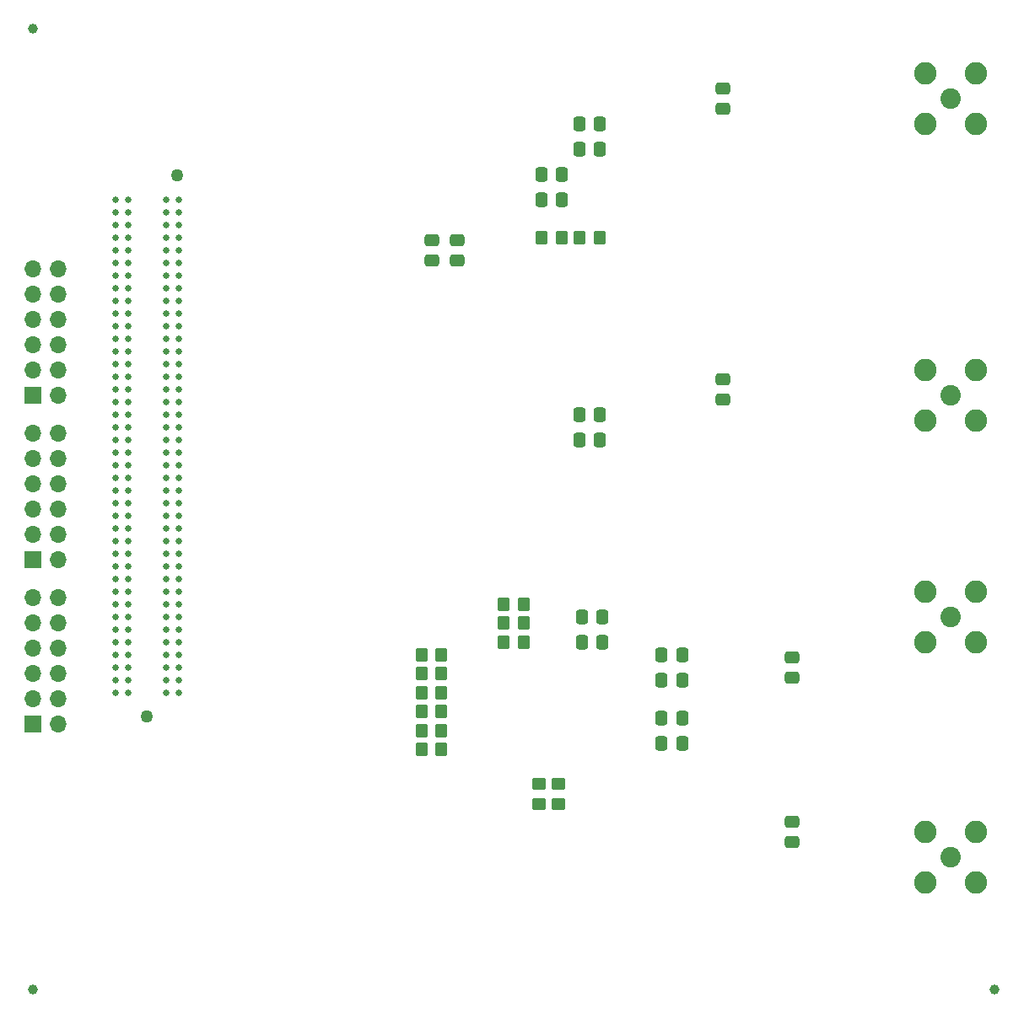
<source format=gbr>
%TF.GenerationSoftware,KiCad,Pcbnew,8.0.0*%
%TF.CreationDate,2024-08-30T23:38:12+03:00*%
%TF.ProjectId,ML605_LPC_Board_wADC_DAC,4d4c3630-355f-44c5-9043-5f426f617264,rev?*%
%TF.SameCoordinates,Original*%
%TF.FileFunction,Soldermask,Bot*%
%TF.FilePolarity,Negative*%
%FSLAX46Y46*%
G04 Gerber Fmt 4.6, Leading zero omitted, Abs format (unit mm)*
G04 Created by KiCad (PCBNEW 8.0.0) date 2024-08-30 23:38:12*
%MOMM*%
%LPD*%
G01*
G04 APERTURE LIST*
G04 Aperture macros list*
%AMRoundRect*
0 Rectangle with rounded corners*
0 $1 Rounding radius*
0 $2 $3 $4 $5 $6 $7 $8 $9 X,Y pos of 4 corners*
0 Add a 4 corners polygon primitive as box body*
4,1,4,$2,$3,$4,$5,$6,$7,$8,$9,$2,$3,0*
0 Add four circle primitives for the rounded corners*
1,1,$1+$1,$2,$3*
1,1,$1+$1,$4,$5*
1,1,$1+$1,$6,$7*
1,1,$1+$1,$8,$9*
0 Add four rect primitives between the rounded corners*
20,1,$1+$1,$2,$3,$4,$5,0*
20,1,$1+$1,$4,$5,$6,$7,0*
20,1,$1+$1,$6,$7,$8,$9,0*
20,1,$1+$1,$8,$9,$2,$3,0*%
G04 Aperture macros list end*
%ADD10C,2.050000*%
%ADD11C,2.250000*%
%ADD12R,1.700000X1.700000*%
%ADD13O,1.700000X1.700000*%
%ADD14RoundRect,0.250000X-0.475000X0.337500X-0.475000X-0.337500X0.475000X-0.337500X0.475000X0.337500X0*%
%ADD15RoundRect,0.250000X-0.337500X-0.475000X0.337500X-0.475000X0.337500X0.475000X-0.337500X0.475000X0*%
%ADD16C,1.270000*%
%ADD17C,0.640000*%
%ADD18RoundRect,0.250000X0.350000X0.450000X-0.350000X0.450000X-0.350000X-0.450000X0.350000X-0.450000X0*%
%ADD19RoundRect,0.250000X-0.350000X-0.450000X0.350000X-0.450000X0.350000X0.450000X-0.350000X0.450000X0*%
%ADD20RoundRect,0.250000X0.337500X0.475000X-0.337500X0.475000X-0.337500X-0.475000X0.337500X-0.475000X0*%
%ADD21RoundRect,0.250000X-0.450000X0.350000X-0.450000X-0.350000X0.450000X-0.350000X0.450000X0.350000X0*%
%ADD22C,1.000000*%
%ADD23RoundRect,0.250000X0.475000X-0.337500X0.475000X0.337500X-0.475000X0.337500X-0.475000X-0.337500X0*%
G04 APERTURE END LIST*
D10*
%TO.C,J8*%
X168980000Y-58560000D03*
D11*
X166440000Y-56020000D03*
X166440000Y-61100000D03*
X171520000Y-56020000D03*
X171520000Y-61100000D03*
%TD*%
D10*
%TO.C,J9*%
X168980000Y-88405000D03*
D11*
X166440000Y-85865000D03*
X166440000Y-90945000D03*
X171520000Y-85865000D03*
X171520000Y-90945000D03*
%TD*%
D12*
%TO.C,J10*%
X76905000Y-121425000D03*
D13*
X79445000Y-121425000D03*
X76905000Y-118885000D03*
X79445000Y-118885000D03*
X76905000Y-116345000D03*
X79445000Y-116345000D03*
X76905000Y-113805000D03*
X79445000Y-113805000D03*
X76905000Y-111265000D03*
X79445000Y-111265000D03*
X76905000Y-108725000D03*
X79445000Y-108725000D03*
%TD*%
D10*
%TO.C,J5*%
X168980000Y-110630000D03*
D11*
X166440000Y-108090000D03*
X166440000Y-113170000D03*
X171520000Y-108090000D03*
X171520000Y-113170000D03*
%TD*%
D10*
%TO.C,J4*%
X168980000Y-134760000D03*
D11*
X166440000Y-132220000D03*
X166440000Y-137300000D03*
X171520000Y-132220000D03*
X171520000Y-137300000D03*
%TD*%
D12*
%TO.C,J12*%
X76905000Y-88405000D03*
D13*
X79445000Y-88405000D03*
X76905000Y-85865000D03*
X79445000Y-85865000D03*
X76905000Y-83325000D03*
X79445000Y-83325000D03*
X76905000Y-80785000D03*
X79445000Y-80785000D03*
X76905000Y-78245000D03*
X79445000Y-78245000D03*
X76905000Y-75705000D03*
X79445000Y-75705000D03*
%TD*%
D12*
%TO.C,J11*%
X76885000Y-104890000D03*
D13*
X79425000Y-104890000D03*
X76885000Y-102350000D03*
X79425000Y-102350000D03*
X76885000Y-99810000D03*
X79425000Y-99810000D03*
X76885000Y-97270000D03*
X79425000Y-97270000D03*
X76885000Y-94730000D03*
X79425000Y-94730000D03*
X76885000Y-92190000D03*
X79425000Y-92190000D03*
%TD*%
D14*
%TO.C,C32*%
X146120000Y-86732500D03*
X146120000Y-88807500D03*
%TD*%
D15*
%TO.C,C20*%
X131747500Y-90310000D03*
X133822500Y-90310000D03*
%TD*%
D16*
%TO.C,J1*%
X91385000Y-66294000D03*
X88335000Y-120674000D03*
D17*
X85160000Y-118250000D03*
X85160000Y-116980000D03*
X85160000Y-115710000D03*
X85160000Y-114440000D03*
X85160000Y-113170000D03*
X85160000Y-111900000D03*
X85160000Y-110630000D03*
X85160000Y-109360000D03*
X85160000Y-108090000D03*
X85160000Y-106820000D03*
X85160000Y-105550000D03*
X85160000Y-104280000D03*
X85160000Y-103010000D03*
X85160000Y-101740000D03*
X85160000Y-100470000D03*
X85160000Y-99200000D03*
X85160000Y-97930000D03*
X85160000Y-96660000D03*
X85160000Y-95390000D03*
X85160000Y-94120000D03*
X85160000Y-92850000D03*
X85160000Y-91580000D03*
X85160000Y-90310000D03*
X85160000Y-89040000D03*
X85160000Y-87770000D03*
X85160000Y-86500000D03*
X85160000Y-85230000D03*
X85160000Y-83960000D03*
X85160000Y-82690000D03*
X85160000Y-81420000D03*
X85160000Y-80150000D03*
X85160000Y-78880000D03*
X85160000Y-77610000D03*
X85160000Y-76340000D03*
X85160000Y-75070000D03*
X85160000Y-73800000D03*
X85160000Y-72530000D03*
X85160000Y-71260000D03*
X85160000Y-69990000D03*
X85160000Y-68720000D03*
X86430000Y-118250000D03*
X86430000Y-116980000D03*
X86430000Y-115710000D03*
X86430000Y-114440000D03*
X86430000Y-113170000D03*
X86430000Y-111900000D03*
X86430000Y-110630000D03*
X86430000Y-109360000D03*
X86430000Y-108090000D03*
X86430000Y-106820000D03*
X86430000Y-105550000D03*
X86430000Y-104280000D03*
X86430000Y-103010000D03*
X86430000Y-101740000D03*
X86430000Y-100470000D03*
X86430000Y-99200000D03*
X86430000Y-97930000D03*
X86430000Y-96660000D03*
X86430000Y-95390000D03*
X86430000Y-94120000D03*
X86430000Y-92850000D03*
X86430000Y-91580000D03*
X86430000Y-90310000D03*
X86430000Y-89040000D03*
X86430000Y-87770000D03*
X86430000Y-86500000D03*
X86430000Y-85230000D03*
X86430000Y-83960000D03*
X86430000Y-82690000D03*
X86430000Y-81420000D03*
X86430000Y-80150000D03*
X86430000Y-78880000D03*
X86430000Y-77610000D03*
X86430000Y-76340000D03*
X86430000Y-75070000D03*
X86430000Y-73800000D03*
X86430000Y-72530000D03*
X86430000Y-71260000D03*
X86430000Y-69990000D03*
X86430000Y-68720000D03*
X90240000Y-118250000D03*
X90240000Y-116980000D03*
X90240000Y-115710000D03*
X90240000Y-114440000D03*
X90240000Y-113170000D03*
X90240000Y-111900000D03*
X90240000Y-110630000D03*
X90240000Y-109360000D03*
X90240000Y-108090000D03*
X90240000Y-106820000D03*
X90240000Y-105550000D03*
X90240000Y-104280000D03*
X90240000Y-103010000D03*
X90240000Y-101740000D03*
X90240000Y-100470000D03*
X90240000Y-99200000D03*
X90240000Y-97930000D03*
X90240000Y-96660000D03*
X90240000Y-95390000D03*
X90240000Y-94120000D03*
X90240000Y-92850000D03*
X90240000Y-91580000D03*
X90240000Y-90310000D03*
X90240000Y-89040000D03*
X90240000Y-87770000D03*
X90240000Y-86500000D03*
X90240000Y-85230000D03*
X90240000Y-83960000D03*
X90240000Y-82690000D03*
X90240000Y-81420000D03*
X90240000Y-80150000D03*
X90240000Y-78880000D03*
X90240000Y-77610000D03*
X90240000Y-76340000D03*
X90240000Y-75070000D03*
X90240000Y-73800000D03*
X90240000Y-72530000D03*
X90240000Y-71260000D03*
X90240000Y-69990000D03*
X90240000Y-68720000D03*
X91510000Y-118250000D03*
X91510000Y-116980000D03*
X91510000Y-115710000D03*
X91510000Y-114440000D03*
X91510000Y-113170000D03*
X91510000Y-111900000D03*
X91510000Y-110630000D03*
X91510000Y-109360000D03*
X91510000Y-108090000D03*
X91510000Y-106820000D03*
X91510000Y-105550000D03*
X91510000Y-104280000D03*
X91510000Y-103010000D03*
X91510000Y-101740000D03*
X91510000Y-100470000D03*
X91510000Y-99200000D03*
X91510000Y-97930000D03*
X91510000Y-96660000D03*
X91510000Y-95390000D03*
X91510000Y-94120000D03*
X91510000Y-92850000D03*
X91510000Y-91580000D03*
X91510000Y-90310000D03*
X91510000Y-89040000D03*
X91510000Y-87770000D03*
X91510000Y-86500000D03*
X91510000Y-85230000D03*
X91510000Y-83960000D03*
X91510000Y-82690000D03*
X91510000Y-81420000D03*
X91510000Y-80150000D03*
X91510000Y-78880000D03*
X91510000Y-77610000D03*
X91510000Y-76340000D03*
X91510000Y-75070000D03*
X91510000Y-73800000D03*
X91510000Y-72530000D03*
X91510000Y-71260000D03*
X91510000Y-69990000D03*
X91510000Y-68720000D03*
%TD*%
D18*
%TO.C,R6*%
X117910000Y-116345000D03*
X115910000Y-116345000D03*
%TD*%
D19*
%TO.C,R17*%
X124165000Y-113170000D03*
X126165000Y-113170000D03*
%TD*%
D18*
%TO.C,R10*%
X117910000Y-120155000D03*
X115910000Y-120155000D03*
%TD*%
D14*
%TO.C,C17*%
X153105000Y-131182500D03*
X153105000Y-133257500D03*
%TD*%
%TO.C,C36*%
X119450000Y-72762500D03*
X119450000Y-74837500D03*
%TD*%
D18*
%TO.C,R8*%
X117910000Y-118250000D03*
X115910000Y-118250000D03*
%TD*%
D20*
%TO.C,C7*%
X134055000Y-110630000D03*
X131980000Y-110630000D03*
%TD*%
D15*
%TO.C,C34*%
X127937500Y-66180000D03*
X130012500Y-66180000D03*
%TD*%
D21*
%TO.C,R18*%
X127705000Y-127410000D03*
X127705000Y-129410000D03*
%TD*%
D18*
%TO.C,R12*%
X117910000Y-122060000D03*
X115910000Y-122060000D03*
%TD*%
D19*
%TO.C,R34*%
X127975000Y-72530000D03*
X129975000Y-72530000D03*
%TD*%
D22*
%TO.C,FID5*%
X76905000Y-148095000D03*
%TD*%
D15*
%TO.C,C19*%
X131747500Y-61100000D03*
X133822500Y-61100000D03*
%TD*%
D18*
%TO.C,R4*%
X117910000Y-114440000D03*
X115910000Y-114440000D03*
%TD*%
D19*
%TO.C,R21*%
X124165000Y-111265000D03*
X126165000Y-111265000D03*
%TD*%
%TO.C,R23*%
X124165000Y-109360000D03*
X126165000Y-109360000D03*
%TD*%
D15*
%TO.C,C11*%
X140002500Y-123330000D03*
X142077500Y-123330000D03*
%TD*%
D20*
%TO.C,C10*%
X142077500Y-120790000D03*
X140002500Y-120790000D03*
%TD*%
D15*
%TO.C,C22*%
X131747500Y-92850000D03*
X133822500Y-92850000D03*
%TD*%
D19*
%TO.C,R35*%
X131785000Y-72530000D03*
X133785000Y-72530000D03*
%TD*%
D23*
%TO.C,C35*%
X116910000Y-74837500D03*
X116910000Y-72762500D03*
%TD*%
D21*
%TO.C,R22*%
X129610000Y-127410000D03*
X129610000Y-129410000D03*
%TD*%
D15*
%TO.C,C6*%
X131980000Y-113170000D03*
X134055000Y-113170000D03*
%TD*%
D14*
%TO.C,C31*%
X146120000Y-57522500D03*
X146120000Y-59597500D03*
%TD*%
D18*
%TO.C,R14*%
X117910000Y-123965000D03*
X115910000Y-123965000D03*
%TD*%
D22*
%TO.C,FID4*%
X76905000Y-51575000D03*
%TD*%
D20*
%TO.C,C33*%
X130012500Y-68720000D03*
X127937500Y-68720000D03*
%TD*%
D22*
%TO.C,FID6*%
X173425000Y-148095000D03*
%TD*%
D15*
%TO.C,C21*%
X131747500Y-63640000D03*
X133822500Y-63640000D03*
%TD*%
D14*
%TO.C,C16*%
X153105000Y-114672500D03*
X153105000Y-116747500D03*
%TD*%
D15*
%TO.C,C8*%
X140002500Y-114440000D03*
X142077500Y-114440000D03*
%TD*%
D20*
%TO.C,C9*%
X142077500Y-116980000D03*
X140002500Y-116980000D03*
%TD*%
M02*

</source>
